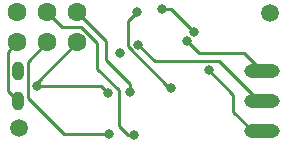
<source format=gbr>
G04 #@! TF.GenerationSoftware,KiCad,Pcbnew,7.0.3*
G04 #@! TF.CreationDate,2023-07-10T18:08:12+01:00*
G04 #@! TF.ProjectId,attiny85_ws2812_touch,61747469-6e79-4383-955f-777332383132,rev?*
G04 #@! TF.SameCoordinates,Original*
G04 #@! TF.FileFunction,Copper,L2,Bot*
G04 #@! TF.FilePolarity,Positive*
%FSLAX46Y46*%
G04 Gerber Fmt 4.6, Leading zero omitted, Abs format (unit mm)*
G04 Created by KiCad (PCBNEW 7.0.3) date 2023-07-10 18:08:12*
%MOMM*%
%LPD*%
G01*
G04 APERTURE LIST*
G04 #@! TA.AperFunction,ComponentPad*
%ADD10O,1.000000X1.600000*%
G04 #@! TD*
G04 #@! TA.AperFunction,ComponentPad*
%ADD11O,3.000000X1.200000*%
G04 #@! TD*
G04 #@! TA.AperFunction,ComponentPad*
%ADD12C,1.500000*%
G04 #@! TD*
G04 #@! TA.AperFunction,ComponentPad*
%ADD13C,1.600000*%
G04 #@! TD*
G04 #@! TA.AperFunction,ViaPad*
%ADD14C,0.800000*%
G04 #@! TD*
G04 #@! TA.AperFunction,Conductor*
%ADD15C,0.250000*%
G04 #@! TD*
G04 APERTURE END LIST*
D10*
X121767600Y-78994000D03*
X121767600Y-76454000D03*
D11*
X142443200Y-81584800D03*
X142443200Y-76504800D03*
X142443200Y-79044800D03*
D12*
X143129000Y-71602600D03*
D13*
X126796800Y-71526400D03*
X126796800Y-74066400D03*
X124256800Y-71526400D03*
X124256800Y-74066400D03*
X121716800Y-71526400D03*
X121716800Y-74066400D03*
D12*
X121818400Y-81330800D03*
D14*
X136030074Y-73938960D03*
X130403600Y-74980800D03*
X131943466Y-74256729D03*
X131267200Y-78296100D03*
X129438400Y-81838800D03*
X133934200Y-71221600D03*
X136677400Y-73177400D03*
X134721600Y-77901800D03*
X131826000Y-71459900D03*
X129354543Y-78375255D03*
X137896600Y-76377800D03*
X123342400Y-77774800D03*
X131572000Y-81889600D03*
D15*
X131038600Y-74377168D02*
X131038600Y-72247300D01*
X131038600Y-72247300D02*
X131826000Y-71459900D01*
X120942600Y-78169000D02*
X121767600Y-78994000D01*
X140919200Y-74980800D02*
X142443200Y-76504800D01*
X136030074Y-73938960D02*
X137071914Y-74980800D01*
X137071914Y-74980800D02*
X140919200Y-74980800D01*
X120942600Y-74840600D02*
X120942600Y-78169000D01*
X121716800Y-74066400D02*
X120942600Y-74840600D01*
X142443200Y-79044800D02*
X142189200Y-79044800D01*
X142189200Y-79044800D02*
X138785600Y-75641200D01*
X131943466Y-74256729D02*
X133327936Y-75641200D01*
X133327936Y-75641200D02*
X138785600Y-75641200D01*
X131241800Y-77546200D02*
X131267200Y-77571600D01*
X131241800Y-78270700D02*
X131267200Y-78296100D01*
X129235200Y-73964800D02*
X129235200Y-75539600D01*
X131241800Y-77546200D02*
X131241800Y-78270700D01*
X129235200Y-75539600D02*
X131241800Y-77546200D01*
X126796800Y-71526400D02*
X129235200Y-73964800D01*
X122580400Y-75742800D02*
X122580400Y-75800074D01*
X122592600Y-78740000D02*
X125691400Y-81838800D01*
X122592600Y-75812274D02*
X122592600Y-78740000D01*
X124256800Y-74066400D02*
X122580400Y-75742800D01*
X122580400Y-75800074D02*
X122592600Y-75812274D01*
X125691400Y-81838800D02*
X129438400Y-81838800D01*
X136677400Y-73177400D02*
X134721600Y-71221600D01*
X134721600Y-71221600D02*
X133934200Y-71221600D01*
X134563232Y-77901800D02*
X134721600Y-77901800D01*
X131038600Y-74377168D02*
X134563232Y-77901800D01*
X123342400Y-77774800D02*
X123342400Y-77520800D01*
X123342400Y-77774800D02*
X128754088Y-77774800D01*
X141630400Y-81584800D02*
X142443200Y-81584800D01*
X137896600Y-76377800D02*
X140004800Y-78486000D01*
X123342400Y-77520800D02*
X126796800Y-74066400D01*
X140004800Y-79959200D02*
X141630400Y-81584800D01*
X128754088Y-77774800D02*
X129354543Y-78375255D01*
X140004800Y-78486000D02*
X140004800Y-79959200D01*
X130352800Y-78181200D02*
X130352800Y-81178400D01*
X125476000Y-72745600D02*
X126390400Y-72745600D01*
X128473200Y-75641200D02*
X128473200Y-76301600D01*
X131064000Y-81889600D02*
X131572000Y-81889600D01*
X128473200Y-74151809D02*
X128473200Y-75641200D01*
X126390400Y-72745600D02*
X127066991Y-72745600D01*
X130352800Y-81178400D02*
X131064000Y-81889600D01*
X124256800Y-71526400D02*
X125476000Y-72745600D01*
X130302000Y-78130400D02*
X130352800Y-78181200D01*
X128473200Y-76301600D02*
X130302000Y-78130400D01*
X127066991Y-72745600D02*
X128473200Y-74151809D01*
M02*

</source>
